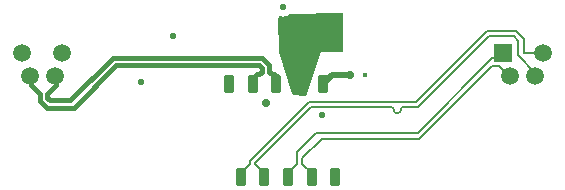
<source format=gbr>
%TF.GenerationSoftware,KiCad,Pcbnew,8.0.4*%
%TF.CreationDate,2025-04-09T21:22:43-04:00*%
%TF.ProjectId,accessory_peripheral,61636365-7373-46f7-9279-5f7065726970,rev?*%
%TF.SameCoordinates,Original*%
%TF.FileFunction,Copper,L4,Bot*%
%TF.FilePolarity,Positive*%
%FSLAX46Y46*%
G04 Gerber Fmt 4.6, Leading zero omitted, Abs format (unit mm)*
G04 Created by KiCad (PCBNEW 8.0.4) date 2025-04-09 21:22:43*
%MOMM*%
%LPD*%
G01*
G04 APERTURE LIST*
G04 Aperture macros list*
%AMRoundRect*
0 Rectangle with rounded corners*
0 $1 Rounding radius*
0 $2 $3 $4 $5 $6 $7 $8 $9 X,Y pos of 4 corners*
0 Add a 4 corners polygon primitive as box body*
4,1,4,$2,$3,$4,$5,$6,$7,$8,$9,$2,$3,0*
0 Add four circle primitives for the rounded corners*
1,1,$1+$1,$2,$3*
1,1,$1+$1,$4,$5*
1,1,$1+$1,$6,$7*
1,1,$1+$1,$8,$9*
0 Add four rect primitives between the rounded corners*
20,1,$1+$1,$2,$3,$4,$5,0*
20,1,$1+$1,$4,$5,$6,$7,0*
20,1,$1+$1,$6,$7,$8,$9,0*
20,1,$1+$1,$8,$9,$2,$3,0*%
G04 Aperture macros list end*
%TA.AperFunction,ComponentPad*%
%ADD10C,1.500000*%
%TD*%
%TA.AperFunction,SMDPad,CuDef*%
%ADD11RoundRect,0.225000X-0.225000X0.525000X-0.225000X-0.525000X0.225000X-0.525000X0.225000X0.525000X0*%
%TD*%
%TA.AperFunction,ComponentPad*%
%ADD12R,1.500000X1.500000*%
%TD*%
%TA.AperFunction,ViaPad*%
%ADD13C,0.550000*%
%TD*%
%TA.AperFunction,ViaPad*%
%ADD14C,0.700000*%
%TD*%
%TA.AperFunction,ViaPad*%
%ADD15C,0.450000*%
%TD*%
%TA.AperFunction,Conductor*%
%ADD16C,0.200000*%
%TD*%
%TA.AperFunction,Conductor*%
%ADD17C,0.381000*%
%TD*%
%TA.AperFunction,Conductor*%
%ADD18C,0.500000*%
%TD*%
%TA.AperFunction,Conductor*%
%ADD19C,0.254000*%
%TD*%
G04 APERTURE END LIST*
D10*
%TO.P,J1,1,1*%
%TO.N,Net-(F1-Pad1)*%
X129853900Y-102183035D03*
%TO.P,J1,2,2*%
%TO.N,/USB_D_N*%
X129228900Y-104133035D03*
%TO.P,J1,3,3*%
%TO.N,GND*%
X126453900Y-102183035D03*
%TO.P,J1,4,4*%
%TO.N,/USB_D_P*%
X127078900Y-104133035D03*
%TD*%
D11*
%TO.P,J3,1,1*%
%TO.N,GND*%
X143945100Y-104822435D03*
%TO.P,J3,2,2*%
%TO.N,/USB_D_P*%
X145945100Y-104822435D03*
%TO.P,J3,3,3*%
%TO.N,/USB_D_N*%
X147945100Y-104822435D03*
%TO.P,J3,4,4*%
%TO.N,/5V_USB*%
X149945100Y-104822435D03*
%TO.P,J3,5,5*%
%TO.N,/3V3*%
X151945100Y-104822435D03*
%TO.P,J3,6,6*%
%TO.N,/TX_P*%
X144945100Y-112622435D03*
%TO.P,J3,7,7*%
%TO.N,/TX_N*%
X146945100Y-112622435D03*
%TO.P,J3,8,8*%
%TO.N,/RX_P*%
X148945100Y-112622435D03*
%TO.P,J3,9,9*%
%TO.N,/RX_N*%
X150945100Y-112622435D03*
%TO.P,J3,10,10*%
%TO.N,/LED_control*%
X152945100Y-112622435D03*
%TD*%
D12*
%TO.P,J2,1,1*%
%TO.N,/RX_P*%
X167122900Y-102183035D03*
D10*
%TO.P,J2,2,2*%
%TO.N,/RX_N*%
X167747900Y-104133035D03*
%TO.P,J2,3,3*%
%TO.N,/TX_P*%
X170522900Y-102183035D03*
%TO.P,J2,4,4*%
%TO.N,/TX_N*%
X169897900Y-104133035D03*
%TD*%
D13*
%TO.N,GND*%
X136535100Y-104588435D03*
X139245100Y-100758435D03*
%TO.N,/5V_USB*%
X149415100Y-101728435D03*
X149405100Y-100448435D03*
X149395100Y-99178435D03*
X150665100Y-99208435D03*
X150675100Y-100518435D03*
X150645100Y-101758435D03*
X151855100Y-101748435D03*
X153055100Y-101728435D03*
X151865100Y-100478435D03*
X153105100Y-100528435D03*
X151865100Y-99268435D03*
X153115100Y-99268435D03*
%TO.N,GND*%
X148525100Y-98298435D03*
X151805100Y-107418435D03*
D14*
X147105100Y-106388435D03*
%TO.N,/LED_control*%
X152945100Y-112622435D03*
%TO.N,GND*%
X143970100Y-104847435D03*
%TO.N,/3V3*%
X154215100Y-104058435D03*
D15*
%TO.N,GND*%
X155475100Y-104058435D03*
%TD*%
D16*
%TO.N,/RX_N*%
X166853300Y-103238435D02*
X167747900Y-104133035D01*
X151833300Y-109418435D02*
X160043300Y-109418435D01*
X166223300Y-103238435D02*
X166853300Y-103238435D01*
X150170100Y-111547435D02*
X150170100Y-111081635D01*
X150945100Y-112322435D02*
X150170100Y-111547435D01*
X150170100Y-111081635D02*
X151833300Y-109418435D01*
X160043300Y-109418435D02*
X166223300Y-103238435D01*
X150945100Y-112622435D02*
X150945100Y-112322435D01*
%TO.N,/RX_P*%
X166685401Y-102620534D02*
X167122900Y-102183035D01*
X149720100Y-110513435D02*
X151335100Y-108898435D01*
X149720100Y-111547435D02*
X149720100Y-110513435D01*
X148945100Y-112322435D02*
X149720100Y-111547435D01*
X151335100Y-108898435D02*
X159926900Y-108898435D01*
X166204801Y-102620534D02*
X166685401Y-102620534D01*
X148945100Y-112622435D02*
X148945100Y-112322435D01*
X159926900Y-108898435D02*
X166204801Y-102620534D01*
%TO.N,/TX_N*%
X157662245Y-106723435D02*
X157542245Y-106723435D01*
X169897900Y-104133035D02*
X169897900Y-103809435D01*
X159988300Y-106723435D02*
X158742245Y-106723435D01*
X146170100Y-111547435D02*
X146945100Y-112322435D01*
X158262245Y-107235690D02*
X158142245Y-107235690D01*
X158502245Y-106963435D02*
X158502245Y-106995690D01*
X165958300Y-100753435D02*
X159988300Y-106723435D01*
X168440100Y-101141441D02*
X168052094Y-100753435D01*
X157542245Y-106723435D02*
X152392645Y-106723435D01*
X157902245Y-106995690D02*
X157902245Y-106963435D01*
X150928300Y-106723435D02*
X146170100Y-111481635D01*
X169897900Y-103809435D02*
X168440100Y-102351635D01*
X146945100Y-112322435D02*
X146945100Y-112622435D01*
X146170100Y-111481635D02*
X146170100Y-111547435D01*
X168440100Y-102351635D02*
X168440100Y-101141441D01*
X168052094Y-100753435D02*
X165958300Y-100753435D01*
X152392645Y-106723435D02*
X150928300Y-106723435D01*
X158742245Y-106723435D02*
G75*
G03*
X158502235Y-106963435I-45J-239965D01*
G01*
X158502245Y-106995690D02*
G75*
G02*
X158262245Y-107235745I-240045J-10D01*
G01*
X157902245Y-106963435D02*
G75*
G03*
X157662245Y-106723355I-240045J35D01*
G01*
X158142245Y-107235690D02*
G75*
G02*
X157902210Y-106995690I-45J239990D01*
G01*
%TO.N,/TX_P*%
X168907900Y-102183035D02*
X170522900Y-102183035D01*
X168890100Y-102165235D02*
X168907900Y-102183035D01*
X168890100Y-100955041D02*
X168890100Y-102165235D01*
X159801900Y-106273435D02*
X165771900Y-100303435D01*
X150741900Y-106273435D02*
X159801900Y-106273435D01*
X145720100Y-111295235D02*
X150741900Y-106273435D01*
X145720100Y-111547435D02*
X145720100Y-111295235D01*
X165771900Y-100303435D02*
X168238494Y-100303435D01*
X168238494Y-100303435D02*
X168890100Y-100955041D01*
X144945100Y-112322435D02*
X145720100Y-111547435D01*
X144945100Y-112622435D02*
X144945100Y-112322435D01*
D17*
%TO.N,/RX_N*%
X167704270Y-104176665D02*
X167747900Y-104133035D01*
D18*
%TO.N,GND*%
X143945100Y-104822435D02*
X143970100Y-104847435D01*
%TO.N,/3V3*%
X154215100Y-104058435D02*
X152709100Y-104058435D01*
X152709100Y-104058435D02*
X151945100Y-104822435D01*
D19*
%TO.N,/LED_control*%
X153059890Y-112647835D02*
X153059890Y-112347835D01*
%TO.N,/5V_USB*%
X150059900Y-104519835D02*
X150059900Y-104332335D01*
%TO.N,GND*%
X143831310Y-104748435D02*
X144059910Y-104519835D01*
D16*
X143970100Y-104847435D02*
X143945100Y-104847435D01*
D17*
%TO.N,/USB_D_P*%
X127922600Y-106217025D02*
X127922600Y-105638365D01*
X146059910Y-104519835D02*
X146059910Y-104219835D01*
X146519220Y-103198335D02*
X146742400Y-103421515D01*
X146059910Y-104219835D02*
X146319410Y-103960335D01*
X127165100Y-104880875D02*
X127165100Y-104748435D01*
X134405770Y-103198335D02*
X146519220Y-103198335D01*
X146519220Y-103960335D02*
X146742400Y-103737145D01*
X128517760Y-106812185D02*
X130791920Y-106812185D01*
X127165100Y-104880875D02*
X127922600Y-105638365D01*
X146319410Y-103960335D02*
X146519220Y-103960335D01*
X130791920Y-106812185D02*
X134405770Y-103198335D01*
X127922600Y-106217025D02*
X128517760Y-106812185D01*
X146742400Y-103737145D02*
X146742400Y-103421515D01*
%TO.N,/USB_D_N*%
X128780780Y-106177185D02*
X130528890Y-106177185D01*
X147377400Y-103737145D02*
X147377400Y-103158495D01*
X128557600Y-105638365D02*
X129315100Y-104880875D01*
X147377400Y-103737145D02*
X147600590Y-103960335D01*
X128557600Y-105953995D02*
X128780780Y-106177185D01*
X148059900Y-104519835D02*
X148059900Y-104219835D01*
X130528890Y-106177185D02*
X134142740Y-102563335D01*
X129315100Y-104880875D02*
X129315100Y-104748435D01*
X134142740Y-102563335D02*
X146782240Y-102563335D01*
X147800400Y-103960335D02*
X148059900Y-104219835D01*
X128557600Y-105953995D02*
X128557600Y-105638365D01*
X147600590Y-103960335D02*
X147800400Y-103960335D01*
X146782240Y-102563335D02*
X147377400Y-103158495D01*
%TD*%
%TA.AperFunction,Conductor*%
%TO.N,/5V_USB*%
G36*
X153535825Y-98759645D02*
G01*
X153582918Y-98811259D01*
X153595480Y-98865273D01*
X153604734Y-101946680D01*
X153585251Y-102013778D01*
X153532585Y-102059691D01*
X153483373Y-102071024D01*
X151725099Y-102108435D01*
X150537263Y-105662208D01*
X150497342Y-105719550D01*
X150481661Y-105730285D01*
X150464795Y-105740023D01*
X150400637Y-105756618D01*
X149444354Y-105739987D01*
X149377667Y-105719140D01*
X149332837Y-105665548D01*
X149328256Y-105653314D01*
X148190536Y-102045672D01*
X148184813Y-102010357D01*
X148139598Y-99161867D01*
X148158216Y-99094528D01*
X148210287Y-99047940D01*
X148279279Y-99036901D01*
X148304529Y-99042859D01*
X148351443Y-99059276D01*
X148351447Y-99059276D01*
X148351451Y-99059277D01*
X148525096Y-99078842D01*
X148525100Y-99078842D01*
X148525104Y-99078842D01*
X148698748Y-99059277D01*
X148698747Y-99059277D01*
X148698757Y-99059276D01*
X148863706Y-99001557D01*
X149011676Y-98908582D01*
X149030676Y-98889581D01*
X149091994Y-98856097D01*
X149115160Y-98853305D01*
X153468303Y-98741686D01*
X153535825Y-98759645D01*
G37*
%TD.AperFunction*%
%TD*%
M02*

</source>
